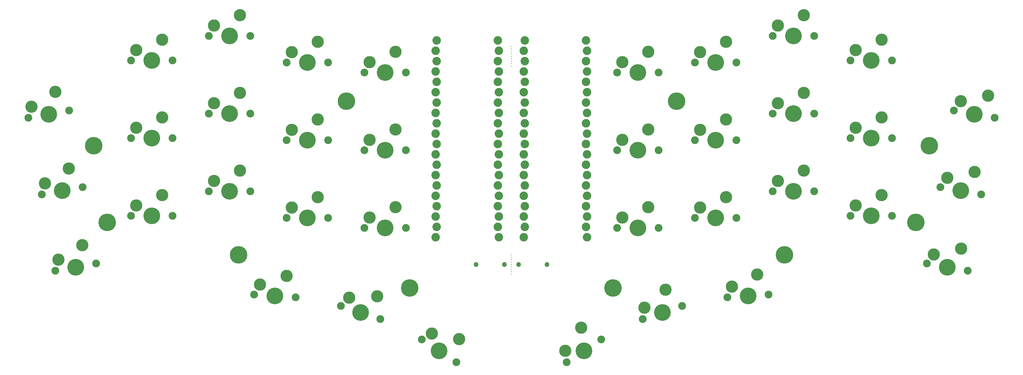
<source format=gts>
G04 #@! TF.GenerationSoftware,KiCad,Pcbnew,6.0.5*
G04 #@! TF.CreationDate,2022-06-07T20:26:55-03:00*
G04 #@! TF.ProjectId,tenax,74656e61-782e-46b6-9963-61645f706362,rev?*
G04 #@! TF.SameCoordinates,Original*
G04 #@! TF.FileFunction,Soldermask,Top*
G04 #@! TF.FilePolarity,Negative*
%FSLAX46Y46*%
G04 Gerber Fmt 4.6, Leading zero omitted, Abs format (unit mm)*
G04 Created by KiCad (PCBNEW 6.0.5) date 2022-06-07 20:26:55*
%MOMM*%
%LPD*%
G01*
G04 APERTURE LIST*
%ADD10C,4.100000*%
%ADD11C,3.000000*%
%ADD12C,1.900000*%
%ADD13C,4.300000*%
%ADD14C,1.200000*%
%ADD15C,0.300000*%
%ADD16C,2.082800*%
G04 APERTURE END LIST*
D10*
X82548998Y-79629002D03*
D11*
X78738998Y-77089002D03*
X85088998Y-74549002D03*
D12*
X77468998Y-79629002D03*
X87628998Y-79629002D03*
D11*
X204088999Y-61999001D03*
D10*
X201548999Y-67079001D03*
D12*
X196468999Y-67079001D03*
D11*
X197738999Y-64539001D03*
D12*
X206628999Y-67079001D03*
D13*
X253879898Y-87515700D03*
D12*
X215518999Y-60579002D03*
D10*
X220598999Y-60579002D03*
D12*
X225678999Y-60579002D03*
D11*
X223138999Y-55499002D03*
X216788999Y-58039002D03*
D13*
X126686109Y-122411002D03*
D11*
X264989750Y-93988250D03*
X258295155Y-95386996D03*
D12*
X256603383Y-97667874D03*
X266609029Y-99432140D03*
D10*
X261606206Y-98550007D03*
D13*
X111124000Y-76604001D03*
D14*
X142873997Y-116654002D03*
X149873997Y-116654002D03*
D15*
X151574000Y-115466501D03*
X151574000Y-114279001D03*
X151574000Y-118435251D03*
X151574000Y-116654001D03*
X151574000Y-114872751D03*
X151574000Y-117841501D03*
X151574000Y-117247751D03*
X151574000Y-116060251D03*
X151574000Y-119029001D03*
D12*
X68578999Y-104679000D03*
D10*
X63498999Y-104679000D03*
D11*
X59688999Y-102139000D03*
X66038999Y-99599000D03*
D12*
X58418999Y-104679000D03*
D10*
X220598998Y-98679001D03*
D12*
X215518998Y-98679001D03*
D11*
X223138998Y-93599001D03*
X216788998Y-96139001D03*
D12*
X225678998Y-98679001D03*
D13*
X176461888Y-122411000D03*
X52576099Y-106276300D03*
D10*
X120649000Y-107679001D03*
D12*
X125729000Y-107679001D03*
D11*
X116839000Y-105139001D03*
D12*
X115569000Y-107679001D03*
D11*
X123189000Y-102599001D03*
D10*
X82548998Y-60579001D03*
D11*
X78738998Y-58039001D03*
D12*
X87628998Y-60579001D03*
D11*
X85088998Y-55499001D03*
D12*
X77468998Y-60579001D03*
D11*
X104138999Y-100099002D03*
D12*
X96518999Y-105179002D03*
D11*
X97788999Y-102639002D03*
D10*
X101598999Y-105179002D03*
D12*
X106678999Y-105179002D03*
D11*
X254987153Y-114147598D03*
D12*
X263301027Y-118192742D03*
X253295381Y-116428476D03*
D11*
X261681748Y-112748852D03*
D10*
X258298204Y-117310609D03*
X120648999Y-88628999D03*
D11*
X123188999Y-83548999D03*
X116838999Y-86088999D03*
D12*
X125728999Y-88628999D03*
X115568999Y-88628999D03*
D10*
X239648999Y-104679003D03*
D12*
X234568999Y-104679003D03*
X244728999Y-104679003D03*
D11*
X242188999Y-99599003D03*
X235838999Y-102139003D03*
D10*
X264914204Y-79789409D03*
D11*
X261603153Y-76626398D03*
X268297748Y-75227652D03*
D12*
X269917027Y-80671542D03*
X259911381Y-78907276D03*
D10*
X44849805Y-117310607D03*
D12*
X49852628Y-116428474D03*
D11*
X40656621Y-115470795D03*
X46469084Y-111866717D03*
D12*
X39846982Y-118192740D03*
D10*
X82549000Y-98679002D03*
D12*
X77469000Y-98679002D03*
X87629000Y-98679002D03*
D11*
X78739000Y-96139002D03*
X85089000Y-93599002D03*
D12*
X58418999Y-66579000D03*
D11*
X59688999Y-64039000D03*
D10*
X63498999Y-66579000D03*
D12*
X68578999Y-66579000D03*
D11*
X66038999Y-61499000D03*
D12*
X234568998Y-66579000D03*
D11*
X242188998Y-61499000D03*
X235838998Y-64039000D03*
D10*
X239648998Y-66579000D03*
D12*
X244728998Y-66579000D03*
D11*
X66039000Y-80549002D03*
D10*
X63499000Y-85629002D03*
D12*
X58419000Y-85629002D03*
X68579000Y-85629002D03*
D11*
X59689000Y-83089002D03*
D12*
X36538982Y-99432139D03*
X46544628Y-97667873D03*
D11*
X43161084Y-93106116D03*
D10*
X41541805Y-98550006D03*
D11*
X37348621Y-96710194D03*
D12*
X187578998Y-88629000D03*
D11*
X178688998Y-86089000D03*
D10*
X182498998Y-88629000D03*
D12*
X177418998Y-88629000D03*
D11*
X185038998Y-83549000D03*
D15*
X151573999Y-66147751D03*
X151573999Y-64960251D03*
X151573999Y-63772751D03*
X151573999Y-66741501D03*
X151573999Y-64366501D03*
X151573999Y-63179001D03*
X151573999Y-65554001D03*
X151573999Y-67929001D03*
X151573999Y-67335251D03*
D11*
X96495567Y-119427738D03*
X90002348Y-121575342D03*
D12*
X88579653Y-124033072D03*
D10*
X93650178Y-124343199D03*
D12*
X98720703Y-124653326D03*
D13*
X218423598Y-114254481D03*
D12*
X173542677Y-134987224D03*
X165070397Y-140594904D03*
D11*
X164727512Y-137775874D03*
X168620767Y-132153004D03*
D10*
X169306537Y-137791064D03*
D12*
X214568376Y-124033076D03*
D10*
X209497851Y-124343203D03*
D11*
X205539894Y-122040536D03*
X211722987Y-119117615D03*
D12*
X204427326Y-124653330D03*
D11*
X34040622Y-77949595D03*
D10*
X38233806Y-79789407D03*
D11*
X39853085Y-74345517D03*
D12*
X33230983Y-80671540D03*
X43236629Y-78907274D03*
D11*
X204089001Y-81049000D03*
D12*
X196469001Y-86129000D03*
X206629001Y-86129000D03*
D11*
X197739001Y-83589000D03*
D10*
X201549001Y-86129000D03*
D12*
X234568999Y-85629001D03*
D11*
X242188999Y-80549001D03*
X235838999Y-83089001D03*
D10*
X239648999Y-85629001D03*
D12*
X244728999Y-85629001D03*
X196468999Y-105179002D03*
D11*
X197738999Y-102639002D03*
D10*
X201548999Y-105179002D03*
D12*
X206628999Y-105179002D03*
D11*
X204088999Y-100099002D03*
D13*
X192024000Y-76604001D03*
D10*
X120648999Y-69579002D03*
D12*
X125728999Y-69579002D03*
D11*
X116838999Y-67039002D03*
D12*
X115568999Y-69579002D03*
D11*
X123188999Y-64499002D03*
D13*
X250571899Y-106276302D03*
D14*
X160273998Y-116654000D03*
X153273998Y-116654000D03*
D12*
X225678999Y-79629003D03*
D11*
X223138999Y-74549003D03*
D12*
X215518999Y-79629003D03*
D10*
X220598999Y-79629003D03*
D11*
X216788999Y-77089003D03*
D13*
X49268100Y-87515702D03*
D12*
X187578999Y-69579002D03*
D11*
X185038999Y-64499002D03*
D12*
X177418999Y-69579002D03*
D10*
X182498999Y-69579002D03*
D11*
X178688999Y-67039002D03*
X97788999Y-83589002D03*
D12*
X96518999Y-86129002D03*
X106678999Y-86129002D03*
D11*
X104138999Y-81049002D03*
D10*
X101598999Y-86129002D03*
D12*
X193334525Y-126809561D03*
D11*
X189313875Y-122798031D03*
X184097974Y-127221658D03*
D12*
X183699557Y-130033377D03*
D10*
X188517041Y-128421469D03*
D12*
X119448484Y-130033365D03*
D10*
X114631000Y-128421457D03*
D12*
X109813516Y-126809549D03*
D11*
X118651650Y-124409927D03*
X111823841Y-124803784D03*
D13*
X84724398Y-114254480D03*
D10*
X182498999Y-107679002D03*
D12*
X177418999Y-107679002D03*
X187578999Y-107679002D03*
D11*
X185038999Y-102599002D03*
X178688999Y-105139002D03*
D12*
X106679000Y-67079000D03*
D11*
X97789000Y-64539000D03*
D10*
X101599000Y-67079000D03*
D11*
X104139000Y-61999000D03*
D12*
X96519000Y-67079000D03*
D10*
X133841437Y-137791064D03*
D11*
X132066252Y-133570114D03*
D12*
X138077577Y-140594904D03*
D11*
X138763347Y-134956844D03*
D12*
X129605297Y-134987224D03*
D16*
X148267001Y-61704002D03*
X148521001Y-64244002D03*
X148267001Y-66784002D03*
X148521001Y-69324002D03*
X148267001Y-71864002D03*
X148521001Y-74404002D03*
X148267001Y-76944002D03*
X148521001Y-79484002D03*
X148267001Y-82024002D03*
X148521001Y-84564002D03*
X148267001Y-87104002D03*
X148521001Y-89644002D03*
X148267001Y-92184002D03*
X148521001Y-94724002D03*
X148267001Y-97264002D03*
X148521001Y-99804002D03*
X148267001Y-102344002D03*
X148521001Y-104884002D03*
X148267001Y-107424002D03*
X148521001Y-109964002D03*
X133027001Y-109964002D03*
X133281001Y-107424002D03*
X133027001Y-104884002D03*
X133281001Y-102344002D03*
X133027001Y-99804002D03*
X133281001Y-97264002D03*
X133027001Y-94724002D03*
X133281001Y-92184002D03*
X133027001Y-89644002D03*
X133281001Y-87104002D03*
X133027001Y-84564002D03*
X133281001Y-82024002D03*
X133027001Y-79484002D03*
X133281001Y-76944002D03*
X133027001Y-74404002D03*
X133281001Y-71864002D03*
X133027001Y-69324002D03*
X133281001Y-66784002D03*
X133027001Y-64244002D03*
X133281001Y-61704002D03*
X169866997Y-61704001D03*
X170120997Y-64244001D03*
X169866997Y-66784001D03*
X170120997Y-69324001D03*
X169866997Y-71864001D03*
X170120997Y-74404001D03*
X169866997Y-76944001D03*
X170120997Y-79484001D03*
X169866997Y-82024001D03*
X170120997Y-84564001D03*
X169866997Y-87104001D03*
X170120997Y-89644001D03*
X169866997Y-92184001D03*
X170120997Y-94724001D03*
X169866997Y-97264001D03*
X170120997Y-99804001D03*
X169866997Y-102344001D03*
X170120997Y-104884001D03*
X169866997Y-107424001D03*
X170120997Y-109964001D03*
X154626997Y-109964001D03*
X154880997Y-107424001D03*
X154626997Y-104884001D03*
X154880997Y-102344001D03*
X154626997Y-99804001D03*
X154880997Y-97264001D03*
X154626997Y-94724001D03*
X154880997Y-92184001D03*
X154626997Y-89644001D03*
X154880997Y-87104001D03*
X154626997Y-84564001D03*
X154880997Y-82024001D03*
X154626997Y-79484001D03*
X154880997Y-76944001D03*
X154626997Y-74404001D03*
X154880997Y-71864001D03*
X154626997Y-69324001D03*
X154880997Y-66784001D03*
X154626997Y-64244001D03*
X154880997Y-61704001D03*
M02*

</source>
